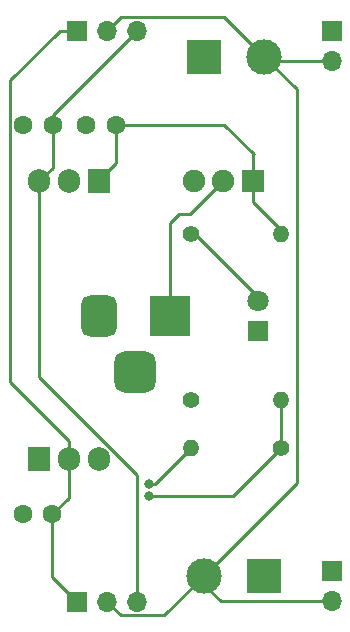
<source format=gtl>
%TF.GenerationSoftware,KiCad,Pcbnew,7.0.11*%
%TF.CreationDate,2024-05-20T00:03:04+02:00*%
%TF.ProjectId,Power supply,506f7765-7220-4737-9570-706c792e6b69,rev?*%
%TF.SameCoordinates,Original*%
%TF.FileFunction,Copper,L1,Top*%
%TF.FilePolarity,Positive*%
%FSLAX46Y46*%
G04 Gerber Fmt 4.6, Leading zero omitted, Abs format (unit mm)*
G04 Created by KiCad (PCBNEW 7.0.11) date 2024-05-20 00:03:04*
%MOMM*%
%LPD*%
G01*
G04 APERTURE LIST*
G04 Aperture macros list*
%AMRoundRect*
0 Rectangle with rounded corners*
0 $1 Rounding radius*
0 $2 $3 $4 $5 $6 $7 $8 $9 X,Y pos of 4 corners*
0 Add a 4 corners polygon primitive as box body*
4,1,4,$2,$3,$4,$5,$6,$7,$8,$9,$2,$3,0*
0 Add four circle primitives for the rounded corners*
1,1,$1+$1,$2,$3*
1,1,$1+$1,$4,$5*
1,1,$1+$1,$6,$7*
1,1,$1+$1,$8,$9*
0 Add four rect primitives between the rounded corners*
20,1,$1+$1,$2,$3,$4,$5,0*
20,1,$1+$1,$4,$5,$6,$7,0*
20,1,$1+$1,$6,$7,$8,$9,0*
20,1,$1+$1,$8,$9,$2,$3,0*%
G04 Aperture macros list end*
%TA.AperFunction,ComponentPad*%
%ADD10R,1.905000X2.000000*%
%TD*%
%TA.AperFunction,ComponentPad*%
%ADD11O,1.905000X2.000000*%
%TD*%
%TA.AperFunction,ComponentPad*%
%ADD12R,1.900000X1.900000*%
%TD*%
%TA.AperFunction,ComponentPad*%
%ADD13C,1.900000*%
%TD*%
%TA.AperFunction,ComponentPad*%
%ADD14O,1.400000X1.400000*%
%TD*%
%TA.AperFunction,ComponentPad*%
%ADD15C,1.400000*%
%TD*%
%TA.AperFunction,ComponentPad*%
%ADD16C,3.000000*%
%TD*%
%TA.AperFunction,ComponentPad*%
%ADD17R,3.000000X3.000000*%
%TD*%
%TA.AperFunction,ComponentPad*%
%ADD18O,1.700000X1.700000*%
%TD*%
%TA.AperFunction,ComponentPad*%
%ADD19R,1.700000X1.700000*%
%TD*%
%TA.AperFunction,ComponentPad*%
%ADD20R,3.500000X3.500000*%
%TD*%
%TA.AperFunction,ComponentPad*%
%ADD21RoundRect,0.750000X-0.750000X-1.000000X0.750000X-1.000000X0.750000X1.000000X-0.750000X1.000000X0*%
%TD*%
%TA.AperFunction,ComponentPad*%
%ADD22RoundRect,0.875000X-0.875000X-0.875000X0.875000X-0.875000X0.875000X0.875000X-0.875000X0.875000X0*%
%TD*%
%TA.AperFunction,ComponentPad*%
%ADD23R,1.800000X1.800000*%
%TD*%
%TA.AperFunction,ComponentPad*%
%ADD24C,1.800000*%
%TD*%
%TA.AperFunction,ComponentPad*%
%ADD25C,1.600000*%
%TD*%
%TA.AperFunction,ViaPad*%
%ADD26C,0.800000*%
%TD*%
%TA.AperFunction,Conductor*%
%ADD27C,0.250000*%
%TD*%
G04 APERTURE END LIST*
D10*
%TO.P,U2,1,VI*%
%TO.N,/12V*%
X139065000Y-60960000D03*
D11*
%TO.P,U2,2,GND*%
%TO.N,GND*%
X136525000Y-60960000D03*
%TO.P,U2,3,VO*%
%TO.N,/5V*%
X133985000Y-60960000D03*
%TD*%
D10*
%TO.P,U1,1,ADJ*%
%TO.N,Net-(U1-ADJ)*%
X133985000Y-84455000D03*
D11*
%TO.P,U1,2,VO*%
%TO.N,/3.3V*%
X136525000Y-84455000D03*
%TO.P,U1,3,VI*%
%TO.N,/12V*%
X139065000Y-84455000D03*
%TD*%
D12*
%TO.P,S1,1*%
%TO.N,/12V*%
X152075000Y-60960000D03*
D13*
%TO.P,S1,2*%
%TO.N,/PWR_input*%
X149575000Y-60960000D03*
%TO.P,S1,3*%
%TO.N,unconnected-(S1-Pad3)*%
X147075000Y-60960000D03*
%TD*%
D14*
%TO.P,R3,2*%
%TO.N,Net-(U1-ADJ)*%
X154432000Y-79502000D03*
D15*
%TO.P,R3,1*%
%TO.N,GND*%
X146812000Y-79502000D03*
%TD*%
%TO.P,R2,1*%
%TO.N,Net-(U1-ADJ)*%
X154432000Y-83566000D03*
D14*
%TO.P,R2,2*%
%TO.N,/3.3V*%
X146812000Y-83566000D03*
%TD*%
D15*
%TO.P,R1,1*%
%TO.N,Net-(D1-A)*%
X146812000Y-65405000D03*
D14*
%TO.P,R1,2*%
%TO.N,/12V*%
X154432000Y-65405000D03*
%TD*%
D16*
%TO.P,J7,2,Pin_2*%
%TO.N,/PWR_output*%
X147955000Y-94330000D03*
D17*
%TO.P,J7,1,Pin_1*%
%TO.N,GND*%
X153035000Y-94330000D03*
%TD*%
D18*
%TO.P,J6,2,Pin_2*%
%TO.N,/PWR_output*%
X158750000Y-96520000D03*
D19*
%TO.P,J6,1,Pin_1*%
%TO.N,GND*%
X158750000Y-93980000D03*
%TD*%
%TO.P,J5,1,Pin_1*%
%TO.N,/3.3V*%
X137175000Y-96530000D03*
D18*
%TO.P,J5,2,Pin_2*%
%TO.N,/PWR_output*%
X139715000Y-96530000D03*
%TO.P,J5,3,Pin_3*%
%TO.N,/5V*%
X142255000Y-96530000D03*
%TD*%
D17*
%TO.P,J4,1,Pin_1*%
%TO.N,GND*%
X147955000Y-50383800D03*
D16*
%TO.P,J4,2,Pin_2*%
%TO.N,/PWR_output*%
X153035000Y-50383800D03*
%TD*%
D18*
%TO.P,J3,2,Pin_2*%
%TO.N,/PWR_output*%
X158750000Y-50723800D03*
D19*
%TO.P,J3,1,Pin_1*%
%TO.N,GND*%
X158750000Y-48183800D03*
%TD*%
%TO.P,J2,1,Pin_1*%
%TO.N,/3.3V*%
X137160000Y-48183800D03*
D18*
%TO.P,J2,2,Pin_2*%
%TO.N,/PWR_output*%
X139700000Y-48183800D03*
%TO.P,J2,3,Pin_3*%
%TO.N,/5V*%
X142240000Y-48183800D03*
%TD*%
D20*
%TO.P,J1,1*%
%TO.N,/PWR_input*%
X145065000Y-72390000D03*
D21*
%TO.P,J1,2*%
%TO.N,GND*%
X139065000Y-72390000D03*
D22*
%TO.P,J1,3*%
X142065000Y-77090000D03*
%TD*%
D23*
%TO.P,D1,1,K*%
%TO.N,GND*%
X152495000Y-73660000D03*
D24*
%TO.P,D1,2,A*%
%TO.N,Net-(D1-A)*%
X152495000Y-71120000D03*
%TD*%
D25*
%TO.P,C3,1*%
%TO.N,/5V*%
X135128000Y-56190000D03*
%TO.P,C3,2*%
%TO.N,GND*%
X132628000Y-56190000D03*
%TD*%
%TO.P,C2,1*%
%TO.N,/3.3V*%
X135088000Y-89154000D03*
%TO.P,C2,2*%
%TO.N,GND*%
X132588000Y-89154000D03*
%TD*%
%TO.P,C1,2*%
%TO.N,GND*%
X137962000Y-56190000D03*
%TO.P,C1,1*%
%TO.N,/12V*%
X140462000Y-56190000D03*
%TD*%
D26*
%TO.N,Net-(U1-ADJ)*%
X143256000Y-87630000D03*
%TO.N,/3.3V*%
X143256000Y-86614000D03*
%TD*%
D27*
%TO.N,/5V*%
X135128000Y-56190000D02*
X135128000Y-59817000D01*
X135128000Y-59817000D02*
X133985000Y-60960000D01*
X133985000Y-60960000D02*
X133985000Y-77520842D01*
X133985000Y-77520842D02*
X142255000Y-85790842D01*
X142255000Y-85790842D02*
X142255000Y-96530000D01*
X142240000Y-48183800D02*
X135128000Y-55295800D01*
X135128000Y-55295800D02*
X135128000Y-56190000D01*
%TO.N,Net-(U1-ADJ)*%
X150368000Y-87630000D02*
X143256000Y-87630000D01*
X154432000Y-83566000D02*
X150368000Y-87630000D01*
%TO.N,/3.3V*%
X143764000Y-86614000D02*
X143256000Y-86614000D01*
X146812000Y-83566000D02*
X143764000Y-86614000D01*
%TO.N,Net-(U1-ADJ)*%
X154432000Y-83566000D02*
X154432000Y-79502000D01*
%TO.N,Net-(D1-A)*%
X146812000Y-65405000D02*
X147175000Y-65405000D01*
X147175000Y-65405000D02*
X152495000Y-70725000D01*
X152495000Y-70725000D02*
X152495000Y-71120000D01*
%TO.N,/12V*%
X152075000Y-60960000D02*
X152075000Y-62685000D01*
%TO.N,Net-(D1-A)*%
X146812000Y-65405000D02*
X146939000Y-65278000D01*
X146939000Y-65278000D02*
X147066000Y-65278000D01*
%TO.N,/12V*%
X152075000Y-62685000D02*
X154432000Y-65042000D01*
X154432000Y-65042000D02*
X154432000Y-65405000D01*
%TO.N,/PWR_output*%
X147955000Y-94330000D02*
X155820000Y-86465000D01*
X155820000Y-86465000D02*
X155820000Y-53168800D01*
X155820000Y-53168800D02*
X153035000Y-50383800D01*
%TO.N,/12V*%
X139065000Y-60833000D02*
X140462000Y-59436000D01*
X139065000Y-60960000D02*
X139065000Y-60833000D01*
X140462000Y-59436000D02*
X140462000Y-56190000D01*
%TO.N,/3.3V*%
X135088000Y-89154000D02*
X135088000Y-94443000D01*
X135088000Y-94443000D02*
X137175000Y-96530000D01*
X136525000Y-84455000D02*
X136525000Y-87717000D01*
X136525000Y-87717000D02*
X135088000Y-89154000D01*
%TO.N,/PWR_output*%
X147955000Y-94330000D02*
X144580000Y-97705000D01*
X140890000Y-97705000D02*
X139715000Y-96530000D01*
X144580000Y-97705000D02*
X140890000Y-97705000D01*
X147955000Y-95123000D02*
X149352000Y-96520000D01*
X147955000Y-94330000D02*
X147955000Y-95123000D01*
X149352000Y-96520000D02*
X158750000Y-96520000D01*
%TO.N,/PWR_input*%
X146781000Y-63754000D02*
X145796000Y-63754000D01*
X149575000Y-60960000D02*
X146781000Y-63754000D01*
X145796000Y-63754000D02*
X145065000Y-64485000D01*
X145065000Y-64485000D02*
X145065000Y-72390000D01*
%TO.N,/12V*%
X149662000Y-56190000D02*
X152146000Y-58674000D01*
X152146000Y-58674000D02*
X152075000Y-58745000D01*
X152075000Y-58745000D02*
X152075000Y-60960000D01*
X140462000Y-56190000D02*
X149662000Y-56190000D01*
%TO.N,/3.3V*%
X137160000Y-48183800D02*
X135712200Y-48183800D01*
X135712200Y-48183800D02*
X131503000Y-52393000D01*
X131503000Y-77909000D02*
X136525000Y-82931000D01*
X131503000Y-52393000D02*
X131503000Y-77909000D01*
X136525000Y-82931000D02*
X136525000Y-84455000D01*
%TO.N,/PWR_output*%
X153035000Y-50383800D02*
X149660000Y-47008800D01*
X149660000Y-47008800D02*
X140875000Y-47008800D01*
X140875000Y-47008800D02*
X139700000Y-48183800D01*
X158750000Y-50723800D02*
X153375000Y-50723800D01*
X153375000Y-50723800D02*
X153035000Y-50383800D01*
%TD*%
M02*

</source>
